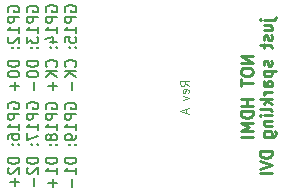
<source format=gbr>
%TF.GenerationSoftware,KiCad,Pcbnew,5.99.0-unknown-8eca23aabe~115~ubuntu20.04.1*%
%TF.CreationDate,2021-02-02T11:51:55+00:00*%
%TF.ProjectId,dvi-sock,6476692d-736f-4636-9b2e-6b696361645f,rev?*%
%TF.SameCoordinates,Original*%
%TF.FileFunction,Legend,Bot*%
%TF.FilePolarity,Positive*%
%FSLAX46Y46*%
G04 Gerber Fmt 4.6, Leading zero omitted, Abs format (unit mm)*
G04 Created by KiCad (PCBNEW 5.99.0-unknown-8eca23aabe~115~ubuntu20.04.1) date 2021-02-02 11:51:55*
%MOMM*%
%LPD*%
G01*
G04 APERTURE LIST*
%ADD10C,0.250000*%
%ADD11C,0.130000*%
%ADD12C,0.120000*%
G04 APERTURE END LIST*
D10*
X164397380Y-81595238D02*
X163397380Y-81595238D01*
X164397380Y-82166666D01*
X163397380Y-82166666D01*
X163397380Y-82833333D02*
X163397380Y-83023809D01*
X163445000Y-83119047D01*
X163540238Y-83214285D01*
X163730714Y-83261904D01*
X164064047Y-83261904D01*
X164254523Y-83214285D01*
X164349761Y-83119047D01*
X164397380Y-83023809D01*
X164397380Y-82833333D01*
X164349761Y-82738095D01*
X164254523Y-82642857D01*
X164064047Y-82595238D01*
X163730714Y-82595238D01*
X163540238Y-82642857D01*
X163445000Y-82738095D01*
X163397380Y-82833333D01*
X163397380Y-83547619D02*
X163397380Y-84119047D01*
X164397380Y-83833333D02*
X163397380Y-83833333D01*
X164397380Y-85214285D02*
X163397380Y-85214285D01*
X163873571Y-85214285D02*
X163873571Y-85785714D01*
X164397380Y-85785714D02*
X163397380Y-85785714D01*
X164397380Y-86261904D02*
X163397380Y-86261904D01*
X163397380Y-86500000D01*
X163445000Y-86642857D01*
X163540238Y-86738095D01*
X163635476Y-86785714D01*
X163825952Y-86833333D01*
X163968809Y-86833333D01*
X164159285Y-86785714D01*
X164254523Y-86738095D01*
X164349761Y-86642857D01*
X164397380Y-86500000D01*
X164397380Y-86261904D01*
X164397380Y-87261904D02*
X163397380Y-87261904D01*
X164111666Y-87595238D01*
X163397380Y-87928571D01*
X164397380Y-87928571D01*
X164397380Y-88404761D02*
X163397380Y-88404761D01*
X165340714Y-78500000D02*
X166197857Y-78500000D01*
X166293095Y-78452380D01*
X166340714Y-78357142D01*
X166340714Y-78309523D01*
X165007380Y-78500000D02*
X165055000Y-78452380D01*
X165102619Y-78500000D01*
X165055000Y-78547619D01*
X165007380Y-78500000D01*
X165102619Y-78500000D01*
X165340714Y-79404761D02*
X166007380Y-79404761D01*
X165340714Y-78976190D02*
X165864523Y-78976190D01*
X165959761Y-79023809D01*
X166007380Y-79119047D01*
X166007380Y-79261904D01*
X165959761Y-79357142D01*
X165912142Y-79404761D01*
X165959761Y-79833333D02*
X166007380Y-79928571D01*
X166007380Y-80119047D01*
X165959761Y-80214285D01*
X165864523Y-80261904D01*
X165816904Y-80261904D01*
X165721666Y-80214285D01*
X165674047Y-80119047D01*
X165674047Y-79976190D01*
X165626428Y-79880952D01*
X165531190Y-79833333D01*
X165483571Y-79833333D01*
X165388333Y-79880952D01*
X165340714Y-79976190D01*
X165340714Y-80119047D01*
X165388333Y-80214285D01*
X165340714Y-80547619D02*
X165340714Y-80928571D01*
X165007380Y-80690476D02*
X165864523Y-80690476D01*
X165959761Y-80738095D01*
X166007380Y-80833333D01*
X166007380Y-80928571D01*
X165959761Y-81976190D02*
X166007380Y-82071428D01*
X166007380Y-82261904D01*
X165959761Y-82357142D01*
X165864523Y-82404761D01*
X165816904Y-82404761D01*
X165721666Y-82357142D01*
X165674047Y-82261904D01*
X165674047Y-82119047D01*
X165626428Y-82023809D01*
X165531190Y-81976190D01*
X165483571Y-81976190D01*
X165388333Y-82023809D01*
X165340714Y-82119047D01*
X165340714Y-82261904D01*
X165388333Y-82357142D01*
X165340714Y-82833333D02*
X166340714Y-82833333D01*
X165388333Y-82833333D02*
X165340714Y-82928571D01*
X165340714Y-83119047D01*
X165388333Y-83214285D01*
X165435952Y-83261904D01*
X165531190Y-83309523D01*
X165816904Y-83309523D01*
X165912142Y-83261904D01*
X165959761Y-83214285D01*
X166007380Y-83119047D01*
X166007380Y-82928571D01*
X165959761Y-82833333D01*
X166007380Y-84166666D02*
X165483571Y-84166666D01*
X165388333Y-84119047D01*
X165340714Y-84023809D01*
X165340714Y-83833333D01*
X165388333Y-83738095D01*
X165959761Y-84166666D02*
X166007380Y-84071428D01*
X166007380Y-83833333D01*
X165959761Y-83738095D01*
X165864523Y-83690476D01*
X165769285Y-83690476D01*
X165674047Y-83738095D01*
X165626428Y-83833333D01*
X165626428Y-84071428D01*
X165578809Y-84166666D01*
X166007380Y-84642857D02*
X165340714Y-84642857D01*
X165531190Y-84642857D02*
X165435952Y-84690476D01*
X165388333Y-84738095D01*
X165340714Y-84833333D01*
X165340714Y-84928571D01*
X166007380Y-85261904D02*
X165007380Y-85261904D01*
X165626428Y-85357142D02*
X166007380Y-85642857D01*
X165340714Y-85642857D02*
X165721666Y-85261904D01*
X166007380Y-86214285D02*
X165959761Y-86119047D01*
X165864523Y-86071428D01*
X165007380Y-86071428D01*
X166007380Y-86595238D02*
X165340714Y-86595238D01*
X165007380Y-86595238D02*
X165055000Y-86547619D01*
X165102619Y-86595238D01*
X165055000Y-86642857D01*
X165007380Y-86595238D01*
X165102619Y-86595238D01*
X165340714Y-87071428D02*
X166007380Y-87071428D01*
X165435952Y-87071428D02*
X165388333Y-87119047D01*
X165340714Y-87214285D01*
X165340714Y-87357142D01*
X165388333Y-87452380D01*
X165483571Y-87500000D01*
X166007380Y-87500000D01*
X165340714Y-88404761D02*
X166150238Y-88404761D01*
X166245476Y-88357142D01*
X166293095Y-88309523D01*
X166340714Y-88214285D01*
X166340714Y-88071428D01*
X166293095Y-87976190D01*
X165959761Y-88404761D02*
X166007380Y-88309523D01*
X166007380Y-88119047D01*
X165959761Y-88023809D01*
X165912142Y-87976190D01*
X165816904Y-87928571D01*
X165531190Y-87928571D01*
X165435952Y-87976190D01*
X165388333Y-88023809D01*
X165340714Y-88119047D01*
X165340714Y-88309523D01*
X165388333Y-88404761D01*
X166007380Y-89642857D02*
X165007380Y-89642857D01*
X165007380Y-89880952D01*
X165055000Y-90023809D01*
X165150238Y-90119047D01*
X165245476Y-90166666D01*
X165435952Y-90214285D01*
X165578809Y-90214285D01*
X165769285Y-90166666D01*
X165864523Y-90119047D01*
X165959761Y-90023809D01*
X166007380Y-89880952D01*
X166007380Y-89642857D01*
X165007380Y-90500000D02*
X166007380Y-90833333D01*
X165007380Y-91166666D01*
X166007380Y-91499999D02*
X165007380Y-91499999D01*
D11*
X143685000Y-77842857D02*
X143637380Y-77757142D01*
X143637380Y-77628571D01*
X143685000Y-77500000D01*
X143780238Y-77414285D01*
X143875476Y-77371428D01*
X144065952Y-77328571D01*
X144208809Y-77328571D01*
X144399285Y-77371428D01*
X144494523Y-77414285D01*
X144589761Y-77500000D01*
X144637380Y-77628571D01*
X144637380Y-77714285D01*
X144589761Y-77842857D01*
X144542142Y-77885714D01*
X144208809Y-77885714D01*
X144208809Y-77714285D01*
X144637380Y-78271428D02*
X143637380Y-78271428D01*
X143637380Y-78614285D01*
X143685000Y-78700000D01*
X143732619Y-78742857D01*
X143827857Y-78785714D01*
X143970714Y-78785714D01*
X144065952Y-78742857D01*
X144113571Y-78700000D01*
X144161190Y-78614285D01*
X144161190Y-78271428D01*
X144637380Y-79642857D02*
X144637380Y-79128571D01*
X144637380Y-79385714D02*
X143637380Y-79385714D01*
X143780238Y-79300000D01*
X143875476Y-79214285D01*
X143923095Y-79128571D01*
X143732619Y-79985714D02*
X143685000Y-80028571D01*
X143637380Y-80114285D01*
X143637380Y-80328571D01*
X143685000Y-80414285D01*
X143732619Y-80457142D01*
X143827857Y-80500000D01*
X143923095Y-80500000D01*
X144065952Y-80457142D01*
X144637380Y-79942857D01*
X144637380Y-80500000D01*
X144542142Y-80885714D02*
X144589761Y-80928571D01*
X144637380Y-80885714D01*
X144589761Y-80842857D01*
X144542142Y-80885714D01*
X144637380Y-80885714D01*
X144018333Y-80885714D02*
X144065952Y-80928571D01*
X144113571Y-80885714D01*
X144065952Y-80842857D01*
X144018333Y-80885714D01*
X144113571Y-80885714D01*
X144637380Y-82000000D02*
X143637380Y-82000000D01*
X143637380Y-82214285D01*
X143685000Y-82342857D01*
X143780238Y-82428571D01*
X143875476Y-82471428D01*
X144065952Y-82514285D01*
X144208809Y-82514285D01*
X144399285Y-82471428D01*
X144494523Y-82428571D01*
X144589761Y-82342857D01*
X144637380Y-82214285D01*
X144637380Y-82000000D01*
X143637380Y-83071428D02*
X143637380Y-83157142D01*
X143685000Y-83242857D01*
X143732619Y-83285714D01*
X143827857Y-83328571D01*
X144018333Y-83371428D01*
X144256428Y-83371428D01*
X144446904Y-83328571D01*
X144542142Y-83285714D01*
X144589761Y-83242857D01*
X144637380Y-83157142D01*
X144637380Y-83071428D01*
X144589761Y-82985714D01*
X144542142Y-82942857D01*
X144446904Y-82900000D01*
X144256428Y-82857142D01*
X144018333Y-82857142D01*
X143827857Y-82900000D01*
X143732619Y-82942857D01*
X143685000Y-82985714D01*
X143637380Y-83071428D01*
X144256428Y-83757142D02*
X144256428Y-84442857D01*
X144637380Y-84100000D02*
X143875476Y-84100000D01*
X143685000Y-86028571D02*
X143637380Y-85942857D01*
X143637380Y-85814285D01*
X143685000Y-85685714D01*
X143780238Y-85600000D01*
X143875476Y-85557142D01*
X144065952Y-85514285D01*
X144208809Y-85514285D01*
X144399285Y-85557142D01*
X144494523Y-85600000D01*
X144589761Y-85685714D01*
X144637380Y-85814285D01*
X144637380Y-85900000D01*
X144589761Y-86028571D01*
X144542142Y-86071428D01*
X144208809Y-86071428D01*
X144208809Y-85900000D01*
X144637380Y-86457142D02*
X143637380Y-86457142D01*
X143637380Y-86800000D01*
X143685000Y-86885714D01*
X143732619Y-86928571D01*
X143827857Y-86971428D01*
X143970714Y-86971428D01*
X144065952Y-86928571D01*
X144113571Y-86885714D01*
X144161190Y-86800000D01*
X144161190Y-86457142D01*
X144637380Y-87828571D02*
X144637380Y-87314285D01*
X144637380Y-87571428D02*
X143637380Y-87571428D01*
X143780238Y-87485714D01*
X143875476Y-87400000D01*
X143923095Y-87314285D01*
X143637380Y-88600000D02*
X143637380Y-88428571D01*
X143685000Y-88342857D01*
X143732619Y-88300000D01*
X143875476Y-88214285D01*
X144065952Y-88171428D01*
X144446904Y-88171428D01*
X144542142Y-88214285D01*
X144589761Y-88257142D01*
X144637380Y-88342857D01*
X144637380Y-88514285D01*
X144589761Y-88600000D01*
X144542142Y-88642857D01*
X144446904Y-88685714D01*
X144208809Y-88685714D01*
X144113571Y-88642857D01*
X144065952Y-88600000D01*
X144018333Y-88514285D01*
X144018333Y-88342857D01*
X144065952Y-88257142D01*
X144113571Y-88214285D01*
X144208809Y-88171428D01*
X144542142Y-89071428D02*
X144589761Y-89114285D01*
X144637380Y-89071428D01*
X144589761Y-89028571D01*
X144542142Y-89071428D01*
X144637380Y-89071428D01*
X144018333Y-89071428D02*
X144065952Y-89114285D01*
X144113571Y-89071428D01*
X144065952Y-89028571D01*
X144018333Y-89071428D01*
X144113571Y-89071428D01*
X144637380Y-90185714D02*
X143637380Y-90185714D01*
X143637380Y-90400000D01*
X143685000Y-90528571D01*
X143780238Y-90614285D01*
X143875476Y-90657142D01*
X144065952Y-90700000D01*
X144208809Y-90700000D01*
X144399285Y-90657142D01*
X144494523Y-90614285D01*
X144589761Y-90528571D01*
X144637380Y-90400000D01*
X144637380Y-90185714D01*
X143732619Y-91042857D02*
X143685000Y-91085714D01*
X143637380Y-91171428D01*
X143637380Y-91385714D01*
X143685000Y-91471428D01*
X143732619Y-91514285D01*
X143827857Y-91557142D01*
X143923095Y-91557142D01*
X144065952Y-91514285D01*
X144637380Y-91000000D01*
X144637380Y-91557142D01*
X144256428Y-91942857D02*
X144256428Y-92628571D01*
X144637380Y-92285714D02*
X143875476Y-92285714D01*
X145295000Y-77842857D02*
X145247380Y-77757142D01*
X145247380Y-77628571D01*
X145295000Y-77500000D01*
X145390238Y-77414285D01*
X145485476Y-77371428D01*
X145675952Y-77328571D01*
X145818809Y-77328571D01*
X146009285Y-77371428D01*
X146104523Y-77414285D01*
X146199761Y-77500000D01*
X146247380Y-77628571D01*
X146247380Y-77714285D01*
X146199761Y-77842857D01*
X146152142Y-77885714D01*
X145818809Y-77885714D01*
X145818809Y-77714285D01*
X146247380Y-78271428D02*
X145247380Y-78271428D01*
X145247380Y-78614285D01*
X145295000Y-78700000D01*
X145342619Y-78742857D01*
X145437857Y-78785714D01*
X145580714Y-78785714D01*
X145675952Y-78742857D01*
X145723571Y-78700000D01*
X145771190Y-78614285D01*
X145771190Y-78271428D01*
X146247380Y-79642857D02*
X146247380Y-79128571D01*
X146247380Y-79385714D02*
X145247380Y-79385714D01*
X145390238Y-79300000D01*
X145485476Y-79214285D01*
X145533095Y-79128571D01*
X145247380Y-79942857D02*
X145247380Y-80500000D01*
X145628333Y-80200000D01*
X145628333Y-80328571D01*
X145675952Y-80414285D01*
X145723571Y-80457142D01*
X145818809Y-80500000D01*
X146056904Y-80500000D01*
X146152142Y-80457142D01*
X146199761Y-80414285D01*
X146247380Y-80328571D01*
X146247380Y-80071428D01*
X146199761Y-79985714D01*
X146152142Y-79942857D01*
X146152142Y-80885714D02*
X146199761Y-80928571D01*
X146247380Y-80885714D01*
X146199761Y-80842857D01*
X146152142Y-80885714D01*
X146247380Y-80885714D01*
X145628333Y-80885714D02*
X145675952Y-80928571D01*
X145723571Y-80885714D01*
X145675952Y-80842857D01*
X145628333Y-80885714D01*
X145723571Y-80885714D01*
X146247380Y-82000000D02*
X145247380Y-82000000D01*
X145247380Y-82214285D01*
X145295000Y-82342857D01*
X145390238Y-82428571D01*
X145485476Y-82471428D01*
X145675952Y-82514285D01*
X145818809Y-82514285D01*
X146009285Y-82471428D01*
X146104523Y-82428571D01*
X146199761Y-82342857D01*
X146247380Y-82214285D01*
X146247380Y-82000000D01*
X145247380Y-83071428D02*
X145247380Y-83157142D01*
X145295000Y-83242857D01*
X145342619Y-83285714D01*
X145437857Y-83328571D01*
X145628333Y-83371428D01*
X145866428Y-83371428D01*
X146056904Y-83328571D01*
X146152142Y-83285714D01*
X146199761Y-83242857D01*
X146247380Y-83157142D01*
X146247380Y-83071428D01*
X146199761Y-82985714D01*
X146152142Y-82942857D01*
X146056904Y-82900000D01*
X145866428Y-82857142D01*
X145628333Y-82857142D01*
X145437857Y-82900000D01*
X145342619Y-82942857D01*
X145295000Y-82985714D01*
X145247380Y-83071428D01*
X145866428Y-83757142D02*
X145866428Y-84442857D01*
X145295000Y-86028571D02*
X145247380Y-85942857D01*
X145247380Y-85814285D01*
X145295000Y-85685714D01*
X145390238Y-85600000D01*
X145485476Y-85557142D01*
X145675952Y-85514285D01*
X145818809Y-85514285D01*
X146009285Y-85557142D01*
X146104523Y-85600000D01*
X146199761Y-85685714D01*
X146247380Y-85814285D01*
X146247380Y-85900000D01*
X146199761Y-86028571D01*
X146152142Y-86071428D01*
X145818809Y-86071428D01*
X145818809Y-85900000D01*
X146247380Y-86457142D02*
X145247380Y-86457142D01*
X145247380Y-86800000D01*
X145295000Y-86885714D01*
X145342619Y-86928571D01*
X145437857Y-86971428D01*
X145580714Y-86971428D01*
X145675952Y-86928571D01*
X145723571Y-86885714D01*
X145771190Y-86800000D01*
X145771190Y-86457142D01*
X146247380Y-87828571D02*
X146247380Y-87314285D01*
X146247380Y-87571428D02*
X145247380Y-87571428D01*
X145390238Y-87485714D01*
X145485476Y-87400000D01*
X145533095Y-87314285D01*
X145247380Y-88128571D02*
X145247380Y-88728571D01*
X146247380Y-88342857D01*
X146152142Y-89071428D02*
X146199761Y-89114285D01*
X146247380Y-89071428D01*
X146199761Y-89028571D01*
X146152142Y-89071428D01*
X146247380Y-89071428D01*
X145628333Y-89071428D02*
X145675952Y-89114285D01*
X145723571Y-89071428D01*
X145675952Y-89028571D01*
X145628333Y-89071428D01*
X145723571Y-89071428D01*
X146247380Y-90185714D02*
X145247380Y-90185714D01*
X145247380Y-90400000D01*
X145295000Y-90528571D01*
X145390238Y-90614285D01*
X145485476Y-90657142D01*
X145675952Y-90700000D01*
X145818809Y-90700000D01*
X146009285Y-90657142D01*
X146104523Y-90614285D01*
X146199761Y-90528571D01*
X146247380Y-90400000D01*
X146247380Y-90185714D01*
X145342619Y-91042857D02*
X145295000Y-91085714D01*
X145247380Y-91171428D01*
X145247380Y-91385714D01*
X145295000Y-91471428D01*
X145342619Y-91514285D01*
X145437857Y-91557142D01*
X145533095Y-91557142D01*
X145675952Y-91514285D01*
X146247380Y-91000000D01*
X146247380Y-91557142D01*
X145866428Y-91942857D02*
X145866428Y-92628571D01*
X146905000Y-77821428D02*
X146857380Y-77735714D01*
X146857380Y-77607142D01*
X146905000Y-77478571D01*
X147000238Y-77392857D01*
X147095476Y-77350000D01*
X147285952Y-77307142D01*
X147428809Y-77307142D01*
X147619285Y-77350000D01*
X147714523Y-77392857D01*
X147809761Y-77478571D01*
X147857380Y-77607142D01*
X147857380Y-77692857D01*
X147809761Y-77821428D01*
X147762142Y-77864285D01*
X147428809Y-77864285D01*
X147428809Y-77692857D01*
X147857380Y-78250000D02*
X146857380Y-78250000D01*
X146857380Y-78592857D01*
X146905000Y-78678571D01*
X146952619Y-78721428D01*
X147047857Y-78764285D01*
X147190714Y-78764285D01*
X147285952Y-78721428D01*
X147333571Y-78678571D01*
X147381190Y-78592857D01*
X147381190Y-78250000D01*
X147857380Y-79621428D02*
X147857380Y-79107142D01*
X147857380Y-79364285D02*
X146857380Y-79364285D01*
X147000238Y-79278571D01*
X147095476Y-79192857D01*
X147143095Y-79107142D01*
X147190714Y-80392857D02*
X147857380Y-80392857D01*
X146809761Y-80178571D02*
X147524047Y-79964285D01*
X147524047Y-80521428D01*
X147762142Y-80864285D02*
X147809761Y-80907142D01*
X147857380Y-80864285D01*
X147809761Y-80821428D01*
X147762142Y-80864285D01*
X147857380Y-80864285D01*
X147238333Y-80864285D02*
X147285952Y-80907142D01*
X147333571Y-80864285D01*
X147285952Y-80821428D01*
X147238333Y-80864285D01*
X147333571Y-80864285D01*
X147762142Y-82492857D02*
X147809761Y-82450000D01*
X147857380Y-82321428D01*
X147857380Y-82235714D01*
X147809761Y-82107142D01*
X147714523Y-82021428D01*
X147619285Y-81978571D01*
X147428809Y-81935714D01*
X147285952Y-81935714D01*
X147095476Y-81978571D01*
X147000238Y-82021428D01*
X146905000Y-82107142D01*
X146857380Y-82235714D01*
X146857380Y-82321428D01*
X146905000Y-82450000D01*
X146952619Y-82492857D01*
X147857380Y-82878571D02*
X146857380Y-82878571D01*
X147857380Y-83392857D02*
X147285952Y-83007142D01*
X146857380Y-83392857D02*
X147428809Y-82878571D01*
X147476428Y-83778571D02*
X147476428Y-84464285D01*
X147857380Y-84121428D02*
X147095476Y-84121428D01*
X146905000Y-86050000D02*
X146857380Y-85964285D01*
X146857380Y-85835714D01*
X146905000Y-85707142D01*
X147000238Y-85621428D01*
X147095476Y-85578571D01*
X147285952Y-85535714D01*
X147428809Y-85535714D01*
X147619285Y-85578571D01*
X147714523Y-85621428D01*
X147809761Y-85707142D01*
X147857380Y-85835714D01*
X147857380Y-85921428D01*
X147809761Y-86050000D01*
X147762142Y-86092857D01*
X147428809Y-86092857D01*
X147428809Y-85921428D01*
X147857380Y-86478571D02*
X146857380Y-86478571D01*
X146857380Y-86821428D01*
X146905000Y-86907142D01*
X146952619Y-86950000D01*
X147047857Y-86992857D01*
X147190714Y-86992857D01*
X147285952Y-86950000D01*
X147333571Y-86907142D01*
X147381190Y-86821428D01*
X147381190Y-86478571D01*
X147857380Y-87850000D02*
X147857380Y-87335714D01*
X147857380Y-87592857D02*
X146857380Y-87592857D01*
X147000238Y-87507142D01*
X147095476Y-87421428D01*
X147143095Y-87335714D01*
X147285952Y-88364285D02*
X147238333Y-88278571D01*
X147190714Y-88235714D01*
X147095476Y-88192857D01*
X147047857Y-88192857D01*
X146952619Y-88235714D01*
X146905000Y-88278571D01*
X146857380Y-88364285D01*
X146857380Y-88535714D01*
X146905000Y-88621428D01*
X146952619Y-88664285D01*
X147047857Y-88707142D01*
X147095476Y-88707142D01*
X147190714Y-88664285D01*
X147238333Y-88621428D01*
X147285952Y-88535714D01*
X147285952Y-88364285D01*
X147333571Y-88278571D01*
X147381190Y-88235714D01*
X147476428Y-88192857D01*
X147666904Y-88192857D01*
X147762142Y-88235714D01*
X147809761Y-88278571D01*
X147857380Y-88364285D01*
X147857380Y-88535714D01*
X147809761Y-88621428D01*
X147762142Y-88664285D01*
X147666904Y-88707142D01*
X147476428Y-88707142D01*
X147381190Y-88664285D01*
X147333571Y-88621428D01*
X147285952Y-88535714D01*
X147762142Y-89092857D02*
X147809761Y-89135714D01*
X147857380Y-89092857D01*
X147809761Y-89050000D01*
X147762142Y-89092857D01*
X147857380Y-89092857D01*
X147238333Y-89092857D02*
X147285952Y-89135714D01*
X147333571Y-89092857D01*
X147285952Y-89050000D01*
X147238333Y-89092857D01*
X147333571Y-89092857D01*
X147857380Y-90207142D02*
X146857380Y-90207142D01*
X146857380Y-90421428D01*
X146905000Y-90550000D01*
X147000238Y-90635714D01*
X147095476Y-90678571D01*
X147285952Y-90721428D01*
X147428809Y-90721428D01*
X147619285Y-90678571D01*
X147714523Y-90635714D01*
X147809761Y-90550000D01*
X147857380Y-90421428D01*
X147857380Y-90207142D01*
X147857380Y-91578571D02*
X147857380Y-91064285D01*
X147857380Y-91321428D02*
X146857380Y-91321428D01*
X147000238Y-91235714D01*
X147095476Y-91150000D01*
X147143095Y-91064285D01*
X147476428Y-91964285D02*
X147476428Y-92650000D01*
X147857380Y-92307142D02*
X147095476Y-92307142D01*
X148515000Y-77821428D02*
X148467380Y-77735714D01*
X148467380Y-77607142D01*
X148515000Y-77478571D01*
X148610238Y-77392857D01*
X148705476Y-77350000D01*
X148895952Y-77307142D01*
X149038809Y-77307142D01*
X149229285Y-77350000D01*
X149324523Y-77392857D01*
X149419761Y-77478571D01*
X149467380Y-77607142D01*
X149467380Y-77692857D01*
X149419761Y-77821428D01*
X149372142Y-77864285D01*
X149038809Y-77864285D01*
X149038809Y-77692857D01*
X149467380Y-78250000D02*
X148467380Y-78250000D01*
X148467380Y-78592857D01*
X148515000Y-78678571D01*
X148562619Y-78721428D01*
X148657857Y-78764285D01*
X148800714Y-78764285D01*
X148895952Y-78721428D01*
X148943571Y-78678571D01*
X148991190Y-78592857D01*
X148991190Y-78250000D01*
X149467380Y-79621428D02*
X149467380Y-79107142D01*
X149467380Y-79364285D02*
X148467380Y-79364285D01*
X148610238Y-79278571D01*
X148705476Y-79192857D01*
X148753095Y-79107142D01*
X148467380Y-80435714D02*
X148467380Y-80007142D01*
X148943571Y-79964285D01*
X148895952Y-80007142D01*
X148848333Y-80092857D01*
X148848333Y-80307142D01*
X148895952Y-80392857D01*
X148943571Y-80435714D01*
X149038809Y-80478571D01*
X149276904Y-80478571D01*
X149372142Y-80435714D01*
X149419761Y-80392857D01*
X149467380Y-80307142D01*
X149467380Y-80092857D01*
X149419761Y-80007142D01*
X149372142Y-79964285D01*
X149372142Y-80864285D02*
X149419761Y-80907142D01*
X149467380Y-80864285D01*
X149419761Y-80821428D01*
X149372142Y-80864285D01*
X149467380Y-80864285D01*
X148848333Y-80864285D02*
X148895952Y-80907142D01*
X148943571Y-80864285D01*
X148895952Y-80821428D01*
X148848333Y-80864285D01*
X148943571Y-80864285D01*
X149372142Y-82492857D02*
X149419761Y-82450000D01*
X149467380Y-82321428D01*
X149467380Y-82235714D01*
X149419761Y-82107142D01*
X149324523Y-82021428D01*
X149229285Y-81978571D01*
X149038809Y-81935714D01*
X148895952Y-81935714D01*
X148705476Y-81978571D01*
X148610238Y-82021428D01*
X148515000Y-82107142D01*
X148467380Y-82235714D01*
X148467380Y-82321428D01*
X148515000Y-82450000D01*
X148562619Y-82492857D01*
X149467380Y-82878571D02*
X148467380Y-82878571D01*
X149467380Y-83392857D02*
X148895952Y-83007142D01*
X148467380Y-83392857D02*
X149038809Y-82878571D01*
X149086428Y-83778571D02*
X149086428Y-84464285D01*
X148515000Y-86050000D02*
X148467380Y-85964285D01*
X148467380Y-85835714D01*
X148515000Y-85707142D01*
X148610238Y-85621428D01*
X148705476Y-85578571D01*
X148895952Y-85535714D01*
X149038809Y-85535714D01*
X149229285Y-85578571D01*
X149324523Y-85621428D01*
X149419761Y-85707142D01*
X149467380Y-85835714D01*
X149467380Y-85921428D01*
X149419761Y-86050000D01*
X149372142Y-86092857D01*
X149038809Y-86092857D01*
X149038809Y-85921428D01*
X149467380Y-86478571D02*
X148467380Y-86478571D01*
X148467380Y-86821428D01*
X148515000Y-86907142D01*
X148562619Y-86950000D01*
X148657857Y-86992857D01*
X148800714Y-86992857D01*
X148895952Y-86950000D01*
X148943571Y-86907142D01*
X148991190Y-86821428D01*
X148991190Y-86478571D01*
X149467380Y-87850000D02*
X149467380Y-87335714D01*
X149467380Y-87592857D02*
X148467380Y-87592857D01*
X148610238Y-87507142D01*
X148705476Y-87421428D01*
X148753095Y-87335714D01*
X149467380Y-88278571D02*
X149467380Y-88450000D01*
X149419761Y-88535714D01*
X149372142Y-88578571D01*
X149229285Y-88664285D01*
X149038809Y-88707142D01*
X148657857Y-88707142D01*
X148562619Y-88664285D01*
X148515000Y-88621428D01*
X148467380Y-88535714D01*
X148467380Y-88364285D01*
X148515000Y-88278571D01*
X148562619Y-88235714D01*
X148657857Y-88192857D01*
X148895952Y-88192857D01*
X148991190Y-88235714D01*
X149038809Y-88278571D01*
X149086428Y-88364285D01*
X149086428Y-88535714D01*
X149038809Y-88621428D01*
X148991190Y-88664285D01*
X148895952Y-88707142D01*
X149372142Y-89092857D02*
X149419761Y-89135714D01*
X149467380Y-89092857D01*
X149419761Y-89050000D01*
X149372142Y-89092857D01*
X149467380Y-89092857D01*
X148848333Y-89092857D02*
X148895952Y-89135714D01*
X148943571Y-89092857D01*
X148895952Y-89050000D01*
X148848333Y-89092857D01*
X148943571Y-89092857D01*
X149467380Y-90207142D02*
X148467380Y-90207142D01*
X148467380Y-90421428D01*
X148515000Y-90550000D01*
X148610238Y-90635714D01*
X148705476Y-90678571D01*
X148895952Y-90721428D01*
X149038809Y-90721428D01*
X149229285Y-90678571D01*
X149324523Y-90635714D01*
X149419761Y-90550000D01*
X149467380Y-90421428D01*
X149467380Y-90207142D01*
X149467380Y-91578571D02*
X149467380Y-91064285D01*
X149467380Y-91321428D02*
X148467380Y-91321428D01*
X148610238Y-91235714D01*
X148705476Y-91150000D01*
X148753095Y-91064285D01*
X149086428Y-91964285D02*
X149086428Y-92650000D01*
D12*
X158966666Y-84133333D02*
X158633333Y-83900000D01*
X158966666Y-83733333D02*
X158266666Y-83733333D01*
X158266666Y-84000000D01*
X158300000Y-84066666D01*
X158333333Y-84100000D01*
X158400000Y-84133333D01*
X158500000Y-84133333D01*
X158566666Y-84100000D01*
X158600000Y-84066666D01*
X158633333Y-84000000D01*
X158633333Y-83733333D01*
X158933333Y-84700000D02*
X158966666Y-84633333D01*
X158966666Y-84500000D01*
X158933333Y-84433333D01*
X158866666Y-84400000D01*
X158600000Y-84400000D01*
X158533333Y-84433333D01*
X158500000Y-84500000D01*
X158500000Y-84633333D01*
X158533333Y-84700000D01*
X158600000Y-84733333D01*
X158666666Y-84733333D01*
X158733333Y-84400000D01*
X158500000Y-84966666D02*
X158966666Y-85133333D01*
X158500000Y-85300000D01*
X158766666Y-86066666D02*
X158766666Y-86400000D01*
X158966666Y-86000000D02*
X158266666Y-86233333D01*
X158966666Y-86466666D01*
M02*

</source>
